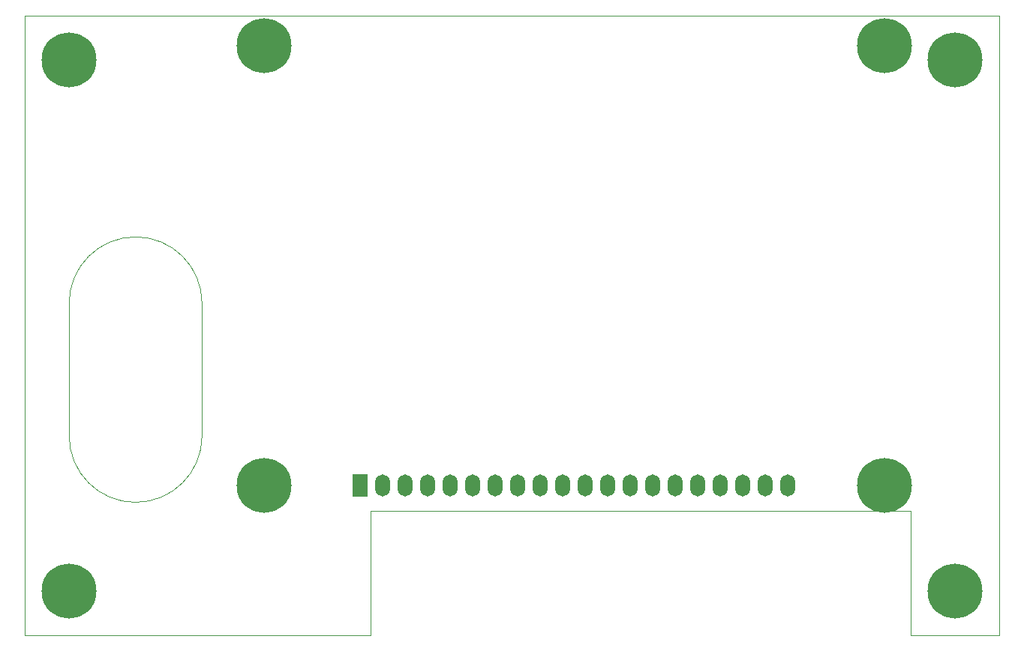
<source format=gbr>
%TF.GenerationSoftware,KiCad,Pcbnew,6.0.6*%
%TF.CreationDate,2023-03-01T19:11:37+01:00*%
%TF.ProjectId,display,64697370-6c61-4792-9e6b-696361645f70,rev?*%
%TF.SameCoordinates,Original*%
%TF.FileFunction,Copper,L1,Top*%
%TF.FilePolarity,Positive*%
%FSLAX46Y46*%
G04 Gerber Fmt 4.6, Leading zero omitted, Abs format (unit mm)*
G04 Created by KiCad (PCBNEW 6.0.6) date 2023-03-01 19:11:37*
%MOMM*%
%LPD*%
G01*
G04 APERTURE LIST*
%TA.AperFunction,Profile*%
%ADD10C,0.100000*%
%TD*%
%TA.AperFunction,ComponentPad*%
%ADD11C,6.200000*%
%TD*%
%TA.AperFunction,ComponentPad*%
%ADD12R,1.700000X2.500000*%
%TD*%
%TA.AperFunction,ComponentPad*%
%ADD13O,1.700000X2.500000*%
%TD*%
G04 APERTURE END LIST*
D10*
X70000000Y-112500000D02*
G75*
G03*
X55000000Y-112500000I-7500000J0D01*
G01*
X55000000Y-127500000D02*
G75*
G03*
X70000000Y-127500000I7500000J0D01*
G01*
X55000000Y-112500000D02*
X55000000Y-127500000D01*
X70000000Y-112500000D02*
X70000000Y-127500000D01*
X160000000Y-150000000D02*
X150000000Y-150000000D01*
X150000000Y-136000000D01*
X89000000Y-136000000D01*
X89000000Y-150000000D01*
X50000000Y-150000000D01*
X50000000Y-80000000D01*
X160000000Y-80000000D01*
X160000000Y-150000000D01*
D11*
%TO.P,H3,1,1*%
%TO.N,GND*%
X155000000Y-145000000D03*
%TD*%
%TO.P,DI1,*%
%TO.N,*%
X147000000Y-83410000D03*
X77000000Y-83410000D03*
X77000000Y-133110000D03*
X147000000Y-133110000D03*
D12*
%TO.P,DI1,1,VDD*%
%TO.N,+5V*%
X87862500Y-133080000D03*
D13*
%TO.P,DI1,2,VSS*%
%TO.N,GND*%
X90402500Y-133080000D03*
%TO.P,DI1,3,NC*%
%TO.N,unconnected-(DI1-Pad3)*%
X92942500Y-133080000D03*
%TO.P,DI1,4,DB0*%
%TO.N,/SCL*%
X95482500Y-133080000D03*
%TO.P,DI1,5,DB1*%
%TO.N,/SDA*%
X98022500Y-133080000D03*
%TO.P,DI1,6,DB2*%
X100562500Y-133080000D03*
%TO.P,DI1,7,DB3*%
%TO.N,GND*%
X103102500Y-133080000D03*
%TO.P,DI1,8,DB4*%
X105642500Y-133080000D03*
%TO.P,DI1,9,DB5*%
X108182500Y-133080000D03*
%TO.P,DI1,10,DB6*%
X110722500Y-133080000D03*
%TO.P,DI1,11,DB7*%
X113262500Y-133080000D03*
%TO.P,DI1,12,~{CS}*%
X115802500Y-133080000D03*
%TO.P,DI1,13,NC*%
%TO.N,unconnected-(DI1-Pad13)*%
X118342500Y-133080000D03*
%TO.P,DI1,14,~{RESET}*%
%TO.N,/~{RST_DISP}*%
X120882500Y-133080000D03*
%TO.P,DI1,15,WR*%
%TO.N,GND*%
X123422500Y-133080000D03*
%TO.P,DI1,16,RS*%
X125962500Y-133080000D03*
%TO.P,DI1,17,RD*%
X128502500Y-133080000D03*
%TO.P,DI1,18,NC*%
%TO.N,unconnected-(DI1-Pad18)*%
X131042500Y-133080000D03*
%TO.P,DI1,19,DISP*%
%TO.N,unconnected-(DI1-Pad19)*%
X133582500Y-133080000D03*
%TO.P,DI1,20,NC*%
%TO.N,unconnected-(DI1-Pad20)*%
X136122500Y-133080000D03*
%TD*%
D11*
%TO.P,H2,1,1*%
%TO.N,GND*%
X55000000Y-85000000D03*
%TD*%
%TO.P,H1,1,1*%
%TO.N,GND*%
X55000000Y-145000000D03*
%TD*%
%TO.P,H4,1,1*%
%TO.N,GND*%
X155000000Y-85000000D03*
%TD*%
M02*

</source>
